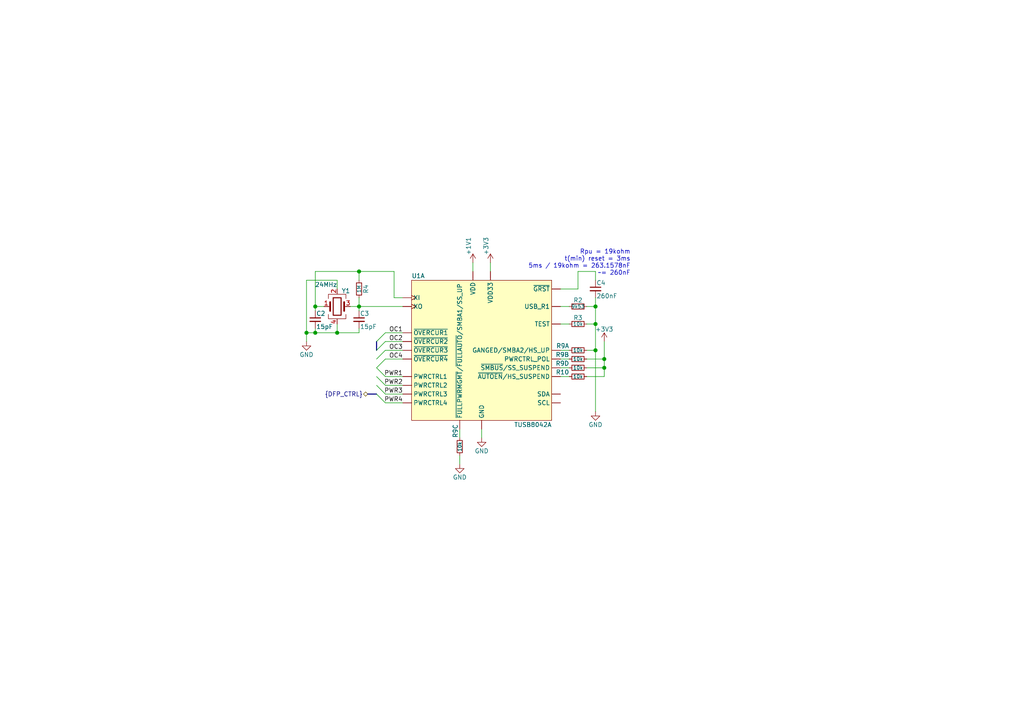
<source format=kicad_sch>
(kicad_sch (version 20210621) (generator eeschema)
  (paper "A4")
  (lib_symbols
    (symbol "DX-MON:TUSB8042A" (pin_numbers hide)
      (property "Reference" "U" (at -20.32 21.59 0))
      (property "Value" "TUSB8042A" (at 20.32 -21.59 0))
      (symbol "TUSB8042A_1_1"
        (rectangle (start -20.32 20.32) (end 20.32 -20.32) (stroke (width 0.1524)) (fill (type background)))
        (pin passive line (at -2.54 22.86 270) (length 2.54) hide (name "VDD") (number "13"))
        (pin power_in line (at 2.54 22.86 270) (length 2.54) (name "VDD33") (number "16"))
        (pin passive line (at -2.54 22.86 270) (length 2.54) hide (name "VDD") (number "21"))
        (pin passive line (at -2.54 22.86 270) (length 2.54) hide (name "VDD") (number "28"))
        (pin passive line (at -2.54 22.86 270) (length 2.54) hide (name "VDD") (number "31"))
        (pin bidirectional line (at -22.86 -15.24 0) (length 2.54) (name "PWRCTRL4") (number "32"))
        (pin bidirectional line (at -22.86 -12.7 0) (length 2.54) (name "PWRCTRL3") (number "33"))
        (pin passive line (at 2.54 22.86 270) (length 2.54) hide (name "VDD33") (number "34"))
        (pin bidirectional line (at -22.86 -10.16 0) (length 2.54) (name "PWRCTRL2") (number "35"))
        (pin bidirectional line (at -22.86 -7.62 0) (length 2.54) (name "PWRCTRL1") (number "36"))
        (pin bidirectional line (at 22.86 -12.7 180) (length 2.54) (name "SDA") (number "37"))
        (pin input line (at 22.86 -15.24 180) (length 2.54) (name "SCL") (number "38"))
        (pin bidirectional line (at 22.86 -5.08 180) (length 2.54) (name "~{SMBUS}/SS_SUSPEND") (number "39"))
        (pin bidirectional line (at -6.35 -22.86 90) (length 2.54) (name "~{FULLPWRMGMT}/~{FULLAUTO}/SMBA1/SS_UP") (number "40"))
        (pin bidirectional line (at 22.86 -2.54 180) (length 2.54) (name "PWRCTRL_POL") (number "41"))
        (pin bidirectional line (at 22.86 0 180) (length 2.54) (name "GANGED/SMBA2/HS_UP") (number "42"))
        (pin input line (at -22.86 -2.54 0) (length 2.54) (name "~{OVERCUR4}") (number "43"))
        (pin input line (at -22.86 0 0) (length 2.54) (name "~{OVERCUR3}") (number "44"))
        (pin bidirectional line (at 22.86 -7.62 180) (length 2.54) (name "~{AUTOEN}/HS_SUSPEND") (number "45"))
        (pin input line (at -22.86 5.08 0) (length 2.54) (name "~{OVERCUR1}") (number "46"))
        (pin input line (at -22.86 2.54 0) (length 2.54) (name "~{OVERCUR2}") (number "47"))
        (pin input line (at 22.86 7.62 180) (length 2.54) (name "TEST") (number "49"))
        (pin power_in line (at -2.54 22.86 270) (length 2.54) (name "VDD") (number "5"))
        (pin input line (at 22.86 17.78 180) (length 2.54) (name "~{GRST}") (number "50"))
        (pin passive line (at -2.54 22.86 270) (length 2.54) hide (name "VDD") (number "51"))
        (pin passive line (at 2.54 22.86 270) (length 2.54) hide (name "VDD33") (number "52"))
        (pin passive line (at -2.54 22.86 270) (length 2.54) hide (name "VDD") (number "57"))
        (pin output clock (at -22.86 12.7 0) (length 2.54) (name "XO") (number "61"))
        (pin input clock (at -22.86 15.24 0) (length 2.54) (name "XI") (number "62"))
        (pin input line (at 22.86 12.7 180) (length 2.54) (name "USB_R1") (number "64"))
        (pin power_in line (at 0 -22.86 90) (length 2.54) (name "GND") (number "65"))
        (pin passive line (at -2.54 22.86 270) (length 2.54) hide (name "VDD") (number "8"))
      )
      (symbol "TUSB8042A_2_1"
        (rectangle (start -5.08 11.43) (end 5.08 -11.43) (stroke (width 0.1524)) (fill (type background)))
        (pin bidirectional line (at -7.62 8.89 0) (length 2.54) (name "DN1_D+") (number "1"))
        (pin bidirectional line (at -7.62 6.35 0) (length 2.54) (name "DN1_D-") (number "2"))
        (pin output line (at -7.62 1.27 0) (length 2.54) (name "DN1_TX+") (number "3"))
        (pin output line (at -7.62 -1.27 0) (length 2.54) (name "DN1_TX-") (number "4"))
        (pin input line (at -7.62 -6.35 0) (length 2.54) (name "DN1_RX+") (number "6"))
        (pin input line (at -7.62 -8.89 0) (length 2.54) (name "DN1_RX-") (number "7"))
      )
      (symbol "TUSB8042A_3_1"
        (rectangle (start -5.08 11.43) (end 5.08 -11.43) (stroke (width 0.1524)) (fill (type background)))
        (pin bidirectional line (at -7.62 6.35 0) (length 2.54) (name "DN2_D-") (number "10"))
        (pin output line (at -7.62 1.27 0) (length 2.54) (name "DN2_TX+") (number "11"))
        (pin output line (at -7.62 -1.27 0) (length 2.54) (name "DN2_TX-") (number "12"))
        (pin input line (at -7.62 -6.35 0) (length 2.54) (name "DN2_RX+") (number "14"))
        (pin input line (at -7.62 -8.89 0) (length 2.54) (name "DN2_RX-") (number "15"))
        (pin bidirectional line (at -7.62 8.89 0) (length 2.54) (name "DN2_D+") (number "9"))
      )
      (symbol "TUSB8042A_4_1"
        (rectangle (start -5.08 11.43) (end 5.08 -11.43) (stroke (width 0.1524)) (fill (type background)))
        (pin bidirectional line (at -7.62 8.89 0) (length 2.54) (name "DN3_D+") (number "17"))
        (pin bidirectional line (at -7.62 6.35 0) (length 2.54) (name "DN3_D-") (number "18"))
        (pin output line (at -7.62 1.27 0) (length 2.54) (name "DN3_TX+") (number "19"))
        (pin output line (at -7.62 -1.27 0) (length 2.54) (name "DN3_TX-") (number "20"))
        (pin input line (at -7.62 -6.35 0) (length 2.54) (name "DN3_RX+") (number "22"))
        (pin input line (at -7.62 -8.89 0) (length 2.54) (name "DN3_RX-") (number "23"))
      )
      (symbol "TUSB8042A_5_1"
        (rectangle (start -5.08 11.43) (end 5.08 -11.43) (stroke (width 0.1524)) (fill (type background)))
        (pin bidirectional line (at -7.62 8.89 0) (length 2.54) (name "DN4_D+") (number "24"))
        (pin bidirectional line (at -7.62 6.35 0) (length 2.54) (name "DN4_D-") (number "25"))
        (pin output line (at -7.62 1.27 0) (length 2.54) (name "DN4_TX+") (number "26"))
        (pin output line (at -7.62 -1.27 0) (length 2.54) (name "DN4_TX-") (number "27"))
        (pin input line (at -7.62 -6.35 0) (length 2.54) (name "DN4_RX+") (number "29"))
        (pin input line (at -7.62 -8.89 0) (length 2.54) (name "DN4_RX-") (number "30"))
      )
      (symbol "TUSB8042A_6_1"
        (rectangle (start -7.62 12.7) (end 7.62 -12.7) (stroke (width 0.1524)) (fill (type background)))
        (pin input line (at -10.16 10.16 0) (length 2.54) (name "USB_VBUS") (number "48"))
        (pin bidirectional line (at -10.16 7.62 0) (length 2.54) (name "UP_D+") (number "53"))
        (pin bidirectional line (at -10.16 5.08 0) (length 2.54) (name "UP_D-") (number "54"))
        (pin output line (at -10.16 0 0) (length 2.54) (name "UP_TX+") (number "55"))
        (pin output line (at -10.16 -2.54 0) (length 2.54) (name "UP_TX-") (number "56"))
        (pin input line (at -10.16 -7.62 0) (length 2.54) (name "UP_RX+") (number "58"))
        (pin input line (at -10.16 -10.16 0) (length 2.54) (name "UP_RX-") (number "59"))
      )
    )
    (symbol "Device:C_Small" (pin_numbers hide) (pin_names (offset 0.254) hide)
      (property "Reference" "C" (at 0.254 1.778 0))
      (property "Value" "C_Small" (at 0.254 -2.032 0))
      (symbol "C_Small_0_1"
        (polyline (pts (xy -1.524 -0.508) (xy 1.524 -0.508)) (stroke (width 0.3302)))
        (polyline (pts (xy -1.524 0.508) (xy 1.524 0.508)) (stroke (width 0.3048)))
      )
      (symbol "C_Small_1_1"
        (pin passive line (at 0 2.54 270) (length 2.032) (name "~") (number "1"))
        (pin passive line (at 0 -2.54 90) (length 2.032) (name "~") (number "2"))
      )
    )
    (symbol "Device:Crystal_GND24" (pin_names (offset 1.016) hide)
      (property "Reference" "Y" (at 3.175 5.08 0))
      (property "Value" "Crystal_GND24" (at 3.175 3.175 0))
      (symbol "Crystal_GND24_0_1"
        (rectangle (start -1.143 2.54) (end 1.143 -2.54) (stroke (width 0.3048)))
        (polyline (pts (xy -2.54 0) (xy -2.032 0)))
        (polyline (pts (xy -2.032 -1.27) (xy -2.032 1.27)) (stroke (width 0.508)))
        (polyline (pts (xy 0 -3.81) (xy 0 -3.556)))
        (polyline (pts (xy 0 3.556) (xy 0 3.81)))
        (polyline (pts (xy 2.032 -1.27) (xy 2.032 1.27)) (stroke (width 0.508)))
        (polyline (pts (xy 2.032 0) (xy 2.54 0)))
        (polyline (pts (xy -2.54 -2.286) (xy -2.54 -3.556) (xy 2.54 -3.556) (xy 2.54 -2.286)))
        (polyline (pts (xy -2.54 2.286) (xy -2.54 3.556) (xy 2.54 3.556) (xy 2.54 2.286)))
      )
      (symbol "Crystal_GND24_1_1"
        (pin passive line (at -3.81 0 0) (length 1.27) (name "1") (number "1"))
        (pin passive line (at 0 5.08 270) (length 1.27) (name "2") (number "2"))
        (pin passive line (at 3.81 0 180) (length 1.27) (name "3") (number "3"))
        (pin passive line (at 0 -5.08 90) (length 1.27) (name "4") (number "4"))
      )
    )
    (symbol "Device:R_Small" (pin_numbers hide) (pin_names (offset 0.254) hide)
      (property "Reference" "R" (at 0.762 0.508 0))
      (property "Value" "R_Small" (at 0.762 -1.016 0))
      (symbol "R_Small_0_1"
        (rectangle (start -0.762 1.778) (end 0.762 -1.778) (stroke (width 0.2032)))
      )
      (symbol "R_Small_1_1"
        (pin passive line (at 0 2.54 270) (length 0.762) (name "~") (number "1"))
        (pin passive line (at 0 -2.54 90) (length 0.762) (name "~") (number "2"))
      )
    )
    (symbol "pkl_device:pkl_R4_Small" (pin_numbers hide) (pin_names (offset 0.254) hide)
      (property "Reference" "R" (at 0.762 0.508 0))
      (property "Value" "pkl_R4_Small" (at 0.762 -1.016 0))
      (symbol "pkl_R4_Small_0_1"
        (rectangle (start -0.762 1.778) (end 0.762 -1.778) (stroke (width 0.2032)))
      )
      (symbol "pkl_R4_Small_1_1"
        (pin passive line (at 0 2.54 270) (length 0.762) (name "~") (number "1"))
        (pin passive line (at 0 -2.54 90) (length 0.762) (name "~") (number "2"))
      )
      (symbol "pkl_R4_Small_2_1"
        (pin passive line (at 0 2.54 270) (length 0.762) (name "~") (number "3"))
        (pin passive line (at 0 -2.54 90) (length 0.762) (name "~") (number "4"))
      )
      (symbol "pkl_R4_Small_3_1"
        (pin passive line (at 0 2.54 270) (length 0.762) (name "~") (number "5"))
        (pin passive line (at 0 -2.54 90) (length 0.762) (name "~") (number "6"))
      )
      (symbol "pkl_R4_Small_4_1"
        (pin passive line (at 0 2.54 270) (length 0.762) (name "~") (number "7"))
        (pin passive line (at 0 -2.54 90) (length 0.762) (name "~") (number "8"))
      )
    )
    (symbol "power:+1V1" (power) (pin_names (offset 0))
      (property "Value" "+1V1" (at 0 3.556 0))
      (symbol "+1V1_0_1"
        (polyline (pts (xy -0.762 1.27) (xy 0 2.54)))
        (polyline (pts (xy 0 0) (xy 0 2.54)))
        (polyline (pts (xy 0 2.54) (xy 0.762 1.27)))
      )
      (symbol "+1V1_1_1"
        (pin power_in line (at 0 0 90) (length 0) hide (name "+1V1") (number "1"))
      )
    )
    (symbol "power:+3V3" (power) (pin_names (offset 0))
      (property "Value" "+3V3" (at 0 3.556 0))
      (symbol "+3V3_0_1"
        (polyline (pts (xy -0.762 1.27) (xy 0 2.54)))
        (polyline (pts (xy 0 0) (xy 0 2.54)))
        (polyline (pts (xy 0 2.54) (xy 0.762 1.27)))
      )
      (symbol "+3V3_1_1"
        (pin power_in line (at 0 0 90) (length 0) hide (name "+3V3") (number "1"))
      )
    )
    (symbol "power:GND" (power) (pin_names (offset 0))
      (property "Value" "GND" (at 0 -3.81 0))
      (symbol "GND_0_1"
        (polyline (pts (xy 0 0) (xy 0 -1.27) (xy 1.27 -1.27) (xy 0 -2.54) (xy -1.27 -1.27) (xy 0 -1.27)))
      )
      (symbol "GND_1_1"
        (pin power_in line (at 0 0 270) (length 0) hide (name "GND") (number "1"))
      )
    )
  )
  (junction (at 88.9 96.52) (diameter 1.016))
  (junction (at 91.44 88.9) (diameter 1.016))
  (junction (at 91.44 96.52) (diameter 1.016))
  (junction (at 97.79 96.52) (diameter 1.016))
  (junction (at 104.14 78.74) (diameter 1.016))
  (junction (at 104.14 88.9) (diameter 1.016))
  (junction (at 172.72 88.9) (diameter 1.016))
  (junction (at 172.72 93.98) (diameter 1.016))
  (junction (at 172.72 101.6) (diameter 1.016))
  (junction (at 175.26 104.14) (diameter 1.016))
  (junction (at 175.26 106.68) (diameter 1.016))
  (bus_entry (at 109.22 99.06) (size 2.54 -2.54))
  (bus_entry (at 109.22 101.6) (size 2.54 -2.54))
  (bus_entry (at 109.22 104.14) (size 2.54 -2.54))
  (bus_entry (at 109.22 106.68) (size 2.54 -2.54))
  (bus_entry (at 109.22 106.68) (size 2.54 2.54))
  (bus_entry (at 109.22 109.22) (size 2.54 2.54))
  (bus_entry (at 109.22 111.76) (size 2.54 2.54))
  (bus_entry (at 109.22 114.3) (size 2.54 2.54))
  (wire (pts (xy 88.9 81.28) (xy 88.9 96.52)))
  (wire (pts (xy 88.9 96.52) (xy 88.9 99.06)))
  (wire (pts (xy 88.9 96.52) (xy 91.44 96.52)))
  (wire (pts (xy 91.44 78.74) (xy 91.44 88.9)))
  (wire (pts (xy 91.44 88.9) (xy 93.98 88.9)))
  (wire (pts (xy 91.44 90.17) (xy 91.44 88.9)))
  (wire (pts (xy 91.44 95.25) (xy 91.44 96.52)))
  (wire (pts (xy 91.44 96.52) (xy 97.79 96.52)))
  (wire (pts (xy 97.79 81.28) (xy 88.9 81.28)))
  (wire (pts (xy 97.79 83.82) (xy 97.79 81.28)))
  (wire (pts (xy 97.79 93.98) (xy 97.79 96.52)))
  (wire (pts (xy 101.6 88.9) (xy 104.14 88.9)))
  (wire (pts (xy 104.14 78.74) (xy 91.44 78.74)))
  (wire (pts (xy 104.14 81.28) (xy 104.14 78.74)))
  (wire (pts (xy 104.14 86.36) (xy 104.14 88.9)))
  (wire (pts (xy 104.14 88.9) (xy 116.84 88.9)))
  (wire (pts (xy 104.14 90.17) (xy 104.14 88.9)))
  (wire (pts (xy 104.14 95.25) (xy 104.14 96.52)))
  (wire (pts (xy 104.14 96.52) (xy 97.79 96.52)))
  (wire (pts (xy 111.76 96.52) (xy 116.84 96.52)))
  (wire (pts (xy 111.76 99.06) (xy 116.84 99.06)))
  (wire (pts (xy 111.76 101.6) (xy 116.84 101.6)))
  (wire (pts (xy 111.76 104.14) (xy 116.84 104.14)))
  (wire (pts (xy 111.76 109.22) (xy 116.84 109.22)))
  (wire (pts (xy 111.76 111.76) (xy 116.84 111.76)))
  (wire (pts (xy 111.76 114.3) (xy 116.84 114.3)))
  (wire (pts (xy 111.76 116.84) (xy 116.84 116.84)))
  (wire (pts (xy 114.3 78.74) (xy 104.14 78.74)))
  (wire (pts (xy 114.3 86.36) (xy 114.3 78.74)))
  (wire (pts (xy 116.84 86.36) (xy 114.3 86.36)))
  (wire (pts (xy 133.35 124.46) (xy 133.35 127)))
  (wire (pts (xy 133.35 134.62) (xy 133.35 132.08)))
  (wire (pts (xy 137.16 76.2) (xy 137.16 78.74)))
  (wire (pts (xy 139.7 127) (xy 139.7 124.46)))
  (wire (pts (xy 142.24 76.2) (xy 142.24 78.74)))
  (wire (pts (xy 162.56 88.9) (xy 165.1 88.9)))
  (wire (pts (xy 162.56 101.6) (xy 165.1 101.6)))
  (wire (pts (xy 162.56 104.14) (xy 165.1 104.14)))
  (wire (pts (xy 162.56 109.22) (xy 165.1 109.22)))
  (wire (pts (xy 165.1 93.98) (xy 162.56 93.98)))
  (wire (pts (xy 165.1 106.68) (xy 162.56 106.68)))
  (wire (pts (xy 167.64 78.74) (xy 167.64 83.82)))
  (wire (pts (xy 167.64 83.82) (xy 162.56 83.82)))
  (wire (pts (xy 170.18 88.9) (xy 172.72 88.9)))
  (wire (pts (xy 170.18 101.6) (xy 172.72 101.6)))
  (wire (pts (xy 170.18 104.14) (xy 175.26 104.14)))
  (wire (pts (xy 170.18 109.22) (xy 175.26 109.22)))
  (wire (pts (xy 172.72 78.74) (xy 167.64 78.74)))
  (wire (pts (xy 172.72 81.28) (xy 172.72 78.74)))
  (wire (pts (xy 172.72 86.36) (xy 172.72 88.9)))
  (wire (pts (xy 172.72 88.9) (xy 172.72 93.98)))
  (wire (pts (xy 172.72 93.98) (xy 170.18 93.98)))
  (wire (pts (xy 172.72 101.6) (xy 172.72 93.98)))
  (wire (pts (xy 172.72 119.38) (xy 172.72 101.6)))
  (wire (pts (xy 175.26 99.06) (xy 175.26 104.14)))
  (wire (pts (xy 175.26 104.14) (xy 175.26 106.68)))
  (wire (pts (xy 175.26 106.68) (xy 170.18 106.68)))
  (wire (pts (xy 175.26 109.22) (xy 175.26 106.68)))
  (bus (pts (xy 106.68 114.3) (xy 109.22 114.3)))
  (bus (pts (xy 109.22 99.06) (xy 109.22 114.3)))
  (text "Rpu = 19kohm\nt(min) reset = 3ms\n5ms / 19kohm = 263.1578nF\n~= 260nF" (at 182.88 80.01 0) (effects (font (size 1.27 1.27)) (justify right bottom)))
  (label "OC1" (at 116.84 96.52 180))
  (label "OC2" (at 116.84 99.06 180))
  (label "OC3" (at 116.84 101.6 180))
  (label "OC4" (at 116.84 104.14 180))
  (label "PWR1" (at 116.84 109.22 180))
  (label "PWR2" (at 116.84 111.76 180))
  (label "PWR3" (at 116.84 114.3 180))
  (label "PWR4" (at 116.84 116.84 180))
  (hierarchical_label "{DFP_CTRL}" (shape bidirectional) (at 106.68 114.3 180))
  (symbol (lib_id "power:+1V1") (at 137.16 76.2 0) (unit 1)
    (property "Reference" "#PWR03" (effects hide))
    (property "Value" "+1V1" (at 135.89 71.374 90))
  )
  (symbol (lib_id "power:+3V3") (at 142.24 76.2 0) (unit 1)
    (property "Reference" "#PWR05" (effects hide))
    (property "Value" "+3V3" (at 140.97 71.374 90))
  )
  (symbol (lib_id "power:+3V3") (at 175.26 99.06 0) (unit 1)
    (property "Reference" "#PWR09" (effects hide))
    (property "Value" "+3V3" (at 175.26 95.504 0))
  )
  (symbol (lib_id "power:GND") (at 88.9 99.06 0) (unit 1)
    (property "Reference" "#PWR02" (effects hide))
    (property "Value" "GND" (at 88.9 102.87 0))
  )
  (symbol (lib_id "power:GND") (at 133.35 134.62 0) (unit 1)
    (property "Reference" "#PWR08" (effects hide))
    (property "Value" "GND" (at 133.35 138.43 0))
  )
  (symbol (lib_id "power:GND") (at 139.7 127 0) (unit 1)
    (property "Reference" "#PWR04" (effects hide))
    (property "Value" "GND" (at 139.7 130.81 0))
  )
  (symbol (lib_id "power:GND") (at 172.72 119.38 0) (unit 1)
    (property "Reference" "#PWR01" (effects hide))
    (property "Value" "GND" (at 172.72 123.19 0))
  )
  (symbol (lib_id "Device:R_Small") (at 104.14 83.82 0) (unit 1)
    (property "Reference" "R4" (at 105.41 83.82 90) (effects (justify top)))
    (property "Value" "1M" (at 104.14 83.82 90) (effects (font (size 1.016 1.016))))
    (property "Footprint" "rhais_rcl:R0402" (effects hide))
  )
  (symbol (lib_id "pkl_device:pkl_R4_Small") (at 133.35 129.54 0) (mirror y) (unit 3)
    (property "Reference" "R9" (at 132.08 127 90) (effects (justify left)))
    (property "Value" "10k" (at 133.35 129.54 90) (effects (font (size 1.016 1.016))))
    (property "Footprint" "pkl_dipol:R_Array_Convex_4x0402" (effects hide))
  )
  (symbol (lib_id "Device:R_Small") (at 167.64 88.9 90) (unit 1)
    (property "Reference" "R2" (at 167.64 86.36 90) (effects (justify bottom)))
    (property "Value" "9k53" (at 167.64 88.9 90) (effects (font (size 1.016 1.016))))
    (property "Footprint" "rhais_rcl:R0402" (effects hide))
  )
  (symbol (lib_id "Device:R_Small") (at 167.64 93.98 90) (unit 1)
    (property "Reference" "R3" (at 167.64 91.44 90) (effects (justify bottom)))
    (property "Value" "10k" (at 167.64 93.98 90) (effects (font (size 1.016 1.016))))
    (property "Footprint" "rhais_rcl:C0402" (effects hide))
  )
  (symbol (lib_id "pkl_device:pkl_R4_Small") (at 167.64 101.6 90) (unit 1)
    (property "Reference" "R9" (at 165.1 100.33 90) (effects (justify left)))
    (property "Value" "10k" (at 167.64 101.6 90) (effects (font (size 1.016 1.016))))
    (property "Footprint" "pkl_dipol:R_Array_Convex_4x0402" (effects hide))
  )
  (symbol (lib_id "pkl_device:pkl_R4_Small") (at 167.64 104.14 90) (unit 2)
    (property "Reference" "R9" (at 165.1 102.87 90) (effects (justify left)))
    (property "Value" "10k" (at 167.64 104.14 90) (effects (font (size 1.016 1.016))))
    (property "Footprint" "pkl_dipol:R_Array_Convex_4x0402" (effects hide))
  )
  (symbol (lib_id "pkl_device:pkl_R4_Small") (at 167.64 106.68 90) (unit 4)
    (property "Reference" "R9" (at 165.1 105.41 90) (effects (justify left)))
    (property "Value" "10k" (at 167.64 106.68 90) (effects (font (size 1.016 1.016))))
    (property "Footprint" "pkl_dipol:R_Array_Convex_4x0402" (effects hide))
  )
  (symbol (lib_id "Device:R_Small") (at 167.64 109.22 90) (unit 1)
    (property "Reference" "R10" (at 165.1 107.95 90) (effects (justify left)))
    (property "Value" "10k" (at 167.64 109.22 90) (effects (font (size 1.016 1.016))))
    (property "Footprint" "rhais_rcl:C0402" (effects hide))
  )
  (symbol (lib_id "Device:C_Small") (at 91.44 92.71 0) (unit 1)
    (property "Reference" "C2" (at 91.694 90.932 0) (effects (justify left)))
    (property "Value" "15pF" (at 91.694 94.742 0) (effects (justify left)))
    (property "Footprint" "rhais_rcl:C0402" (effects hide))
  )
  (symbol (lib_id "Device:C_Small") (at 104.14 92.71 0) (unit 1)
    (property "Reference" "C3" (at 104.394 90.932 0) (effects (justify left)))
    (property "Value" "15pF" (at 104.394 94.742 0) (effects (justify left)))
    (property "Footprint" "rhais_rcl:C0402" (effects hide))
  )
  (symbol (lib_id "Device:C_Small") (at 172.72 83.82 0) (unit 1)
    (property "Reference" "C4" (at 172.974 82.042 0) (effects (justify left)))
    (property "Value" "260nF" (at 172.974 85.852 0) (effects (justify left)))
    (property "Footprint" "rhais_rcl:C0402" (effects hide))
  )
  (symbol (lib_id "Device:Crystal_GND24") (at 97.79 88.9 0) (unit 1)
    (property "Reference" "Y1" (at 99.06 85.09 0) (effects (justify left bottom)))
    (property "Value" "24MHz" (at 97.79 82.55 0) (effects (justify right)))
    (property "Footprint" "rhais_osc:SMD3225" (effects hide))
    (property "Datasheet" "https://www.farnell.com/datasheets/2864166.pdf" (effects hide))
    (property "MPN" "MCSJK-7U-24.00-10-10-60-B-10" (effects hide))
    (property "MFR" "Multicomp" (effects hide))
    (property "OC_FARNELL" "2853958" (effects hide))
    (property "URL_FARNELL" "https://uk.farnell.com/multicomp/mcsjk-7u-24-00-10-10-60-b-10/crystal-24mhz-10pf-3-2mm-x-2-5mm/dp/2853958" (effects hide))
  )
  (symbol (lib_id "DX-MON:TUSB8042A") (at 139.7 101.6 0) (unit 1)
    (property "Reference" "U1" (at 119.38 80.01 0) (effects (justify left)))
    (property "Value" "TUSB8042A" (at 160.02 123.19 0) (effects (justify right)))
    (property "Footprint" "rhais_package-qfn:QFN-64-1EP_9x9mm_P0.5mm_EP6x6mm" (effects hide))
    (property "Datasheet" "https://www.ti.com/lit/ds/symlink/tusb8042a.pdf" (effects hide))
    (property "MPN" "TUSB8042A" (effects hide))
    (property "MFR" "Texas Instruments" (effects hide))
    (property "OC_TI" "TUSB8042ARGCR" (effects hide))
    (property "URL_TI" "https://www.ti.com/product/TUSB8042A" (effects hide))
  )
)
</source>
